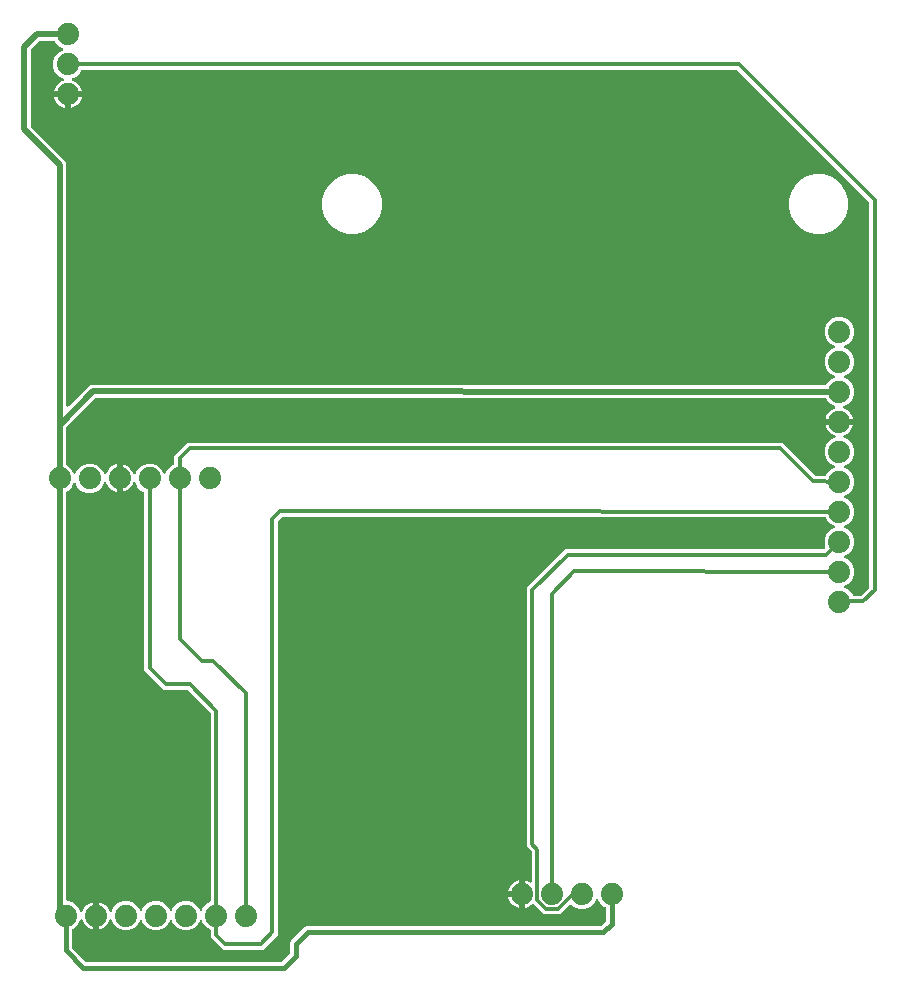
<source format=gbr>
G04 EAGLE Gerber RS-274X export*
G75*
%MOMM*%
%FSLAX34Y34*%
%LPD*%
%INBottom Copper*%
%IPPOS*%
%AMOC8*
5,1,8,0,0,1.08239X$1,22.5*%
G01*
%ADD10C,1.879600*%
%ADD11C,0.508000*%
%ADD12C,0.406400*%
%ADD13C,0.304800*%

G36*
X837928Y354835D02*
X837928Y354835D01*
X838027Y354838D01*
X838086Y354855D01*
X838146Y354863D01*
X838238Y354899D01*
X838333Y354927D01*
X838385Y354957D01*
X838441Y354980D01*
X838521Y355038D01*
X838607Y355088D01*
X838682Y355154D01*
X838699Y355166D01*
X838707Y355176D01*
X838728Y355194D01*
X845056Y361522D01*
X845116Y361601D01*
X845184Y361673D01*
X845213Y361726D01*
X845250Y361774D01*
X845290Y361865D01*
X845338Y361951D01*
X845353Y362010D01*
X845377Y362065D01*
X845392Y362163D01*
X845417Y362259D01*
X845423Y362359D01*
X845427Y362380D01*
X845425Y362392D01*
X845427Y362420D01*
X845427Y687580D01*
X845415Y687678D01*
X845412Y687777D01*
X845395Y687836D01*
X845387Y687896D01*
X845351Y687988D01*
X845323Y688083D01*
X845293Y688135D01*
X845270Y688191D01*
X845212Y688271D01*
X845162Y688357D01*
X845096Y688432D01*
X845084Y688449D01*
X845074Y688457D01*
X845056Y688478D01*
X733378Y800156D01*
X733299Y800216D01*
X733227Y800284D01*
X733174Y800313D01*
X733126Y800350D01*
X733035Y800390D01*
X732949Y800438D01*
X732890Y800453D01*
X732835Y800477D01*
X732737Y800492D01*
X732641Y800517D01*
X732541Y800523D01*
X732520Y800527D01*
X732508Y800525D01*
X732480Y800527D01*
X179226Y800527D01*
X179197Y800524D01*
X179168Y800526D01*
X179040Y800504D01*
X178911Y800487D01*
X178883Y800477D01*
X178854Y800472D01*
X178736Y800418D01*
X178615Y800370D01*
X178591Y800353D01*
X178564Y800341D01*
X178463Y800260D01*
X178358Y800184D01*
X178339Y800161D01*
X178316Y800142D01*
X178238Y800039D01*
X178155Y799939D01*
X178142Y799912D01*
X178125Y799888D01*
X178054Y799744D01*
X177352Y798050D01*
X173850Y794548D01*
X170825Y793295D01*
X170799Y793280D01*
X170770Y793271D01*
X170661Y793201D01*
X170548Y793137D01*
X170527Y793116D01*
X170502Y793100D01*
X170413Y793006D01*
X170320Y792916D01*
X170304Y792890D01*
X170284Y792869D01*
X170221Y792755D01*
X170154Y792645D01*
X170145Y792616D01*
X170131Y792590D01*
X170098Y792465D01*
X170060Y792341D01*
X170059Y792311D01*
X170051Y792282D01*
X170051Y792152D01*
X170045Y792023D01*
X170051Y791994D01*
X170051Y791964D01*
X170083Y791839D01*
X170109Y791712D01*
X170122Y791685D01*
X170130Y791656D01*
X170192Y791543D01*
X170249Y791426D01*
X170268Y791403D01*
X170283Y791377D01*
X170371Y791283D01*
X170455Y791184D01*
X170480Y791167D01*
X170500Y791145D01*
X170609Y791076D01*
X170715Y791001D01*
X170743Y790990D01*
X170769Y790974D01*
X170918Y790915D01*
X171383Y790764D01*
X173057Y789911D01*
X174578Y788806D01*
X175906Y787478D01*
X177011Y785957D01*
X177864Y784283D01*
X178445Y782496D01*
X178485Y782239D01*
X168070Y782239D01*
X167952Y782224D01*
X167833Y782217D01*
X167795Y782204D01*
X167755Y782199D01*
X167644Y782156D01*
X167531Y782119D01*
X167497Y782097D01*
X167459Y782082D01*
X167363Y782012D01*
X167262Y781949D01*
X167234Y781919D01*
X167202Y781895D01*
X167126Y781804D01*
X167044Y781717D01*
X167025Y781682D01*
X166999Y781651D01*
X166948Y781543D01*
X166891Y781439D01*
X166880Y781399D01*
X166863Y781363D01*
X166841Y781246D01*
X166811Y781131D01*
X166807Y781070D01*
X166803Y781050D01*
X166805Y781030D01*
X166801Y780970D01*
X166801Y779699D01*
X166799Y779699D01*
X166799Y780970D01*
X166784Y781088D01*
X166777Y781207D01*
X166764Y781245D01*
X166759Y781285D01*
X166715Y781396D01*
X166679Y781509D01*
X166657Y781544D01*
X166642Y781581D01*
X166572Y781677D01*
X166509Y781778D01*
X166479Y781806D01*
X166455Y781839D01*
X166364Y781914D01*
X166277Y781996D01*
X166242Y782016D01*
X166210Y782041D01*
X166103Y782092D01*
X165998Y782150D01*
X165959Y782160D01*
X165923Y782177D01*
X165806Y782199D01*
X165691Y782229D01*
X165630Y782233D01*
X165610Y782237D01*
X165590Y782235D01*
X165530Y782239D01*
X155115Y782239D01*
X155155Y782496D01*
X155736Y784283D01*
X156589Y785957D01*
X157694Y787478D01*
X159022Y788806D01*
X160543Y789911D01*
X162217Y790764D01*
X162682Y790915D01*
X162709Y790928D01*
X162738Y790935D01*
X162852Y790995D01*
X162970Y791050D01*
X162993Y791069D01*
X163019Y791083D01*
X163115Y791170D01*
X163215Y791253D01*
X163232Y791277D01*
X163254Y791297D01*
X163326Y791406D01*
X163402Y791510D01*
X163413Y791538D01*
X163429Y791563D01*
X163471Y791686D01*
X163519Y791806D01*
X163523Y791836D01*
X163532Y791864D01*
X163543Y791993D01*
X163559Y792121D01*
X163555Y792151D01*
X163558Y792181D01*
X163535Y792309D01*
X163519Y792437D01*
X163508Y792465D01*
X163503Y792494D01*
X163450Y792612D01*
X163402Y792733D01*
X163385Y792757D01*
X163373Y792784D01*
X163292Y792885D01*
X163216Y792990D01*
X163193Y793009D01*
X163174Y793033D01*
X163070Y793111D01*
X162971Y793193D01*
X162944Y793206D01*
X162920Y793224D01*
X162775Y793295D01*
X159750Y794548D01*
X156248Y798050D01*
X154353Y802624D01*
X154353Y807576D01*
X156248Y812150D01*
X159750Y815652D01*
X162105Y816627D01*
X162225Y816696D01*
X162348Y816761D01*
X162363Y816775D01*
X162381Y816785D01*
X162481Y816882D01*
X162584Y816975D01*
X162595Y816992D01*
X162609Y817006D01*
X162682Y817125D01*
X162758Y817241D01*
X162765Y817260D01*
X162776Y817277D01*
X162817Y817410D01*
X162862Y817542D01*
X162863Y817562D01*
X162869Y817581D01*
X162876Y817720D01*
X162887Y817859D01*
X162883Y817879D01*
X162884Y817899D01*
X162856Y818035D01*
X162832Y818172D01*
X162824Y818191D01*
X162820Y818210D01*
X162759Y818336D01*
X162702Y818462D01*
X162689Y818478D01*
X162680Y818496D01*
X162590Y818602D01*
X162503Y818710D01*
X162487Y818723D01*
X162474Y818738D01*
X162360Y818818D01*
X162249Y818902D01*
X162224Y818914D01*
X162214Y818921D01*
X162195Y818928D01*
X162105Y818973D01*
X159749Y819948D01*
X156248Y823449D01*
X155967Y824128D01*
X155953Y824153D01*
X155944Y824181D01*
X155874Y824291D01*
X155810Y824404D01*
X155789Y824425D01*
X155773Y824450D01*
X155679Y824539D01*
X155588Y824632D01*
X155563Y824648D01*
X155542Y824668D01*
X155428Y824731D01*
X155317Y824799D01*
X155289Y824807D01*
X155263Y824822D01*
X155138Y824854D01*
X155013Y824892D01*
X154984Y824894D01*
X154955Y824901D01*
X154795Y824911D01*
X143341Y824911D01*
X143242Y824899D01*
X143143Y824896D01*
X143085Y824879D01*
X143025Y824871D01*
X142933Y824835D01*
X142838Y824807D01*
X142786Y824777D01*
X142729Y824754D01*
X142649Y824696D01*
X142564Y824646D01*
X142489Y824580D01*
X142472Y824568D01*
X142464Y824558D01*
X142443Y824540D01*
X135960Y818057D01*
X135900Y817979D01*
X135832Y817906D01*
X135803Y817853D01*
X135766Y817806D01*
X135726Y817715D01*
X135678Y817628D01*
X135663Y817569D01*
X135639Y817514D01*
X135624Y817416D01*
X135599Y817320D01*
X135593Y817220D01*
X135589Y817200D01*
X135591Y817187D01*
X135589Y817159D01*
X135589Y752841D01*
X135601Y752742D01*
X135604Y752643D01*
X135621Y752585D01*
X135629Y752525D01*
X135665Y752433D01*
X135693Y752338D01*
X135723Y752286D01*
X135746Y752229D01*
X135804Y752149D01*
X135854Y752064D01*
X135920Y751989D01*
X135932Y751972D01*
X135942Y751964D01*
X135960Y751943D01*
X164538Y723366D01*
X165389Y721312D01*
X165389Y516557D01*
X165406Y516419D01*
X165419Y516280D01*
X165426Y516261D01*
X165429Y516241D01*
X165480Y516112D01*
X165527Y515981D01*
X165538Y515964D01*
X165546Y515945D01*
X165627Y515833D01*
X165705Y515718D01*
X165721Y515704D01*
X165732Y515688D01*
X165840Y515599D01*
X165944Y515507D01*
X165962Y515498D01*
X165977Y515485D01*
X166103Y515426D01*
X166227Y515363D01*
X166247Y515358D01*
X166265Y515350D01*
X166401Y515324D01*
X166537Y515293D01*
X166558Y515294D01*
X166577Y515290D01*
X166716Y515299D01*
X166855Y515303D01*
X166875Y515308D01*
X166895Y515310D01*
X167027Y515352D01*
X167161Y515391D01*
X167178Y515401D01*
X167197Y515408D01*
X167315Y515482D01*
X167435Y515553D01*
X167456Y515571D01*
X167466Y515578D01*
X167480Y515593D01*
X167555Y515659D01*
X182985Y531088D01*
X182988Y531093D01*
X183003Y531108D01*
X183006Y531110D01*
X183007Y531111D01*
X183966Y532070D01*
X184735Y532839D01*
X185776Y533270D01*
X185777Y533270D01*
X186790Y533689D01*
X187920Y533689D01*
X187921Y533689D01*
X189255Y533689D01*
X189265Y533688D01*
X807996Y533394D01*
X808026Y533398D01*
X808056Y533396D01*
X808183Y533418D01*
X808312Y533434D01*
X808340Y533445D01*
X808369Y533450D01*
X808487Y533504D01*
X808608Y533551D01*
X808632Y533568D01*
X808659Y533581D01*
X808760Y533662D01*
X808865Y533738D01*
X808884Y533761D01*
X808907Y533779D01*
X808985Y533883D01*
X809068Y533983D01*
X809081Y534010D01*
X809099Y534033D01*
X809170Y534178D01*
X809448Y534850D01*
X812949Y538352D01*
X815305Y539327D01*
X815426Y539396D01*
X815548Y539461D01*
X815563Y539475D01*
X815581Y539485D01*
X815681Y539582D01*
X815784Y539675D01*
X815795Y539692D01*
X815809Y539706D01*
X815882Y539824D01*
X815958Y539941D01*
X815965Y539960D01*
X815976Y539977D01*
X816016Y540110D01*
X816062Y540242D01*
X816063Y540262D01*
X816069Y540281D01*
X816076Y540420D01*
X816087Y540559D01*
X816083Y540579D01*
X816084Y540599D01*
X816056Y540735D01*
X816032Y540872D01*
X816024Y540891D01*
X816020Y540910D01*
X815959Y541035D01*
X815902Y541162D01*
X815889Y541178D01*
X815880Y541196D01*
X815790Y541302D01*
X815703Y541410D01*
X815687Y541423D01*
X815674Y541438D01*
X815560Y541518D01*
X815449Y541602D01*
X815424Y541614D01*
X815414Y541621D01*
X815395Y541628D01*
X815305Y541673D01*
X812950Y542648D01*
X809448Y546150D01*
X807553Y550724D01*
X807553Y555676D01*
X809448Y560250D01*
X812949Y563752D01*
X815305Y564727D01*
X815426Y564796D01*
X815548Y564861D01*
X815563Y564875D01*
X815581Y564885D01*
X815681Y564982D01*
X815784Y565075D01*
X815795Y565092D01*
X815809Y565106D01*
X815882Y565224D01*
X815958Y565341D01*
X815965Y565360D01*
X815976Y565377D01*
X816016Y565510D01*
X816062Y565642D01*
X816063Y565662D01*
X816069Y565681D01*
X816076Y565820D01*
X816087Y565959D01*
X816083Y565979D01*
X816084Y565999D01*
X816056Y566135D01*
X816032Y566272D01*
X816024Y566291D01*
X816020Y566310D01*
X815959Y566435D01*
X815902Y566562D01*
X815889Y566578D01*
X815880Y566596D01*
X815790Y566702D01*
X815703Y566810D01*
X815687Y566823D01*
X815674Y566838D01*
X815560Y566918D01*
X815449Y567002D01*
X815424Y567014D01*
X815414Y567021D01*
X815395Y567028D01*
X815305Y567073D01*
X812950Y568048D01*
X809448Y571550D01*
X807553Y576124D01*
X807553Y581076D01*
X809448Y585650D01*
X812950Y589152D01*
X817524Y591047D01*
X822476Y591047D01*
X827050Y589152D01*
X830552Y585650D01*
X832447Y581076D01*
X832447Y576124D01*
X830552Y571550D01*
X827050Y568048D01*
X824695Y567073D01*
X824575Y567004D01*
X824452Y566939D01*
X824437Y566925D01*
X824419Y566915D01*
X824319Y566818D01*
X824216Y566725D01*
X824205Y566708D01*
X824191Y566694D01*
X824118Y566575D01*
X824042Y566459D01*
X824035Y566440D01*
X824024Y566423D01*
X823983Y566290D01*
X823938Y566158D01*
X823937Y566138D01*
X823931Y566119D01*
X823924Y565980D01*
X823913Y565841D01*
X823917Y565821D01*
X823916Y565801D01*
X823944Y565665D01*
X823968Y565528D01*
X823976Y565509D01*
X823980Y565490D01*
X824041Y565364D01*
X824098Y565238D01*
X824111Y565222D01*
X824120Y565204D01*
X824210Y565098D01*
X824297Y564990D01*
X824313Y564977D01*
X824326Y564962D01*
X824440Y564882D01*
X824551Y564798D01*
X824576Y564786D01*
X824586Y564779D01*
X824605Y564772D01*
X824695Y564727D01*
X827051Y563752D01*
X830552Y560250D01*
X832447Y555676D01*
X832447Y550724D01*
X830552Y546150D01*
X827050Y542648D01*
X824695Y541673D01*
X824575Y541604D01*
X824452Y541539D01*
X824437Y541525D01*
X824419Y541515D01*
X824319Y541418D01*
X824216Y541325D01*
X824205Y541308D01*
X824191Y541294D01*
X824118Y541175D01*
X824042Y541059D01*
X824035Y541040D01*
X824024Y541023D01*
X823983Y540890D01*
X823938Y540758D01*
X823937Y540738D01*
X823931Y540719D01*
X823924Y540580D01*
X823913Y540441D01*
X823917Y540421D01*
X823916Y540401D01*
X823944Y540265D01*
X823968Y540128D01*
X823976Y540109D01*
X823980Y540090D01*
X824041Y539964D01*
X824098Y539838D01*
X824111Y539822D01*
X824120Y539804D01*
X824210Y539698D01*
X824297Y539590D01*
X824313Y539577D01*
X824326Y539562D01*
X824440Y539482D01*
X824551Y539398D01*
X824576Y539386D01*
X824586Y539379D01*
X824605Y539372D01*
X824695Y539327D01*
X827051Y538352D01*
X830552Y534850D01*
X832447Y530276D01*
X832447Y525324D01*
X830552Y520750D01*
X827050Y517248D01*
X824025Y515995D01*
X823999Y515980D01*
X823970Y515971D01*
X823861Y515901D01*
X823748Y515837D01*
X823727Y515816D01*
X823702Y515800D01*
X823613Y515706D01*
X823520Y515616D01*
X823504Y515590D01*
X823484Y515569D01*
X823421Y515455D01*
X823354Y515345D01*
X823345Y515316D01*
X823331Y515290D01*
X823298Y515164D01*
X823260Y515041D01*
X823259Y515011D01*
X823251Y514982D01*
X823251Y514852D01*
X823245Y514723D01*
X823251Y514694D01*
X823251Y514664D01*
X823283Y514539D01*
X823309Y514412D01*
X823322Y514385D01*
X823330Y514356D01*
X823392Y514243D01*
X823449Y514126D01*
X823468Y514103D01*
X823483Y514077D01*
X823571Y513983D01*
X823655Y513884D01*
X823680Y513867D01*
X823700Y513845D01*
X823809Y513776D01*
X823915Y513701D01*
X823943Y513690D01*
X823969Y513674D01*
X824118Y513615D01*
X824583Y513464D01*
X826257Y512611D01*
X827778Y511506D01*
X829106Y510178D01*
X830211Y508657D01*
X831064Y506983D01*
X831645Y505196D01*
X831685Y504939D01*
X821270Y504939D01*
X821152Y504924D01*
X821033Y504917D01*
X820995Y504904D01*
X820955Y504899D01*
X820844Y504856D01*
X820731Y504819D01*
X820697Y504797D01*
X820659Y504782D01*
X820563Y504712D01*
X820462Y504649D01*
X820434Y504619D01*
X820402Y504595D01*
X820326Y504504D01*
X820244Y504417D01*
X820225Y504382D01*
X820199Y504351D01*
X820148Y504243D01*
X820091Y504139D01*
X820080Y504099D01*
X820063Y504063D01*
X820041Y503946D01*
X820011Y503831D01*
X820007Y503770D01*
X820003Y503750D01*
X820005Y503730D01*
X820001Y503670D01*
X820001Y501130D01*
X820016Y501012D01*
X820023Y500893D01*
X820036Y500855D01*
X820041Y500814D01*
X820085Y500704D01*
X820121Y500591D01*
X820143Y500556D01*
X820158Y500519D01*
X820228Y500423D01*
X820291Y500322D01*
X820321Y500294D01*
X820345Y500261D01*
X820436Y500186D01*
X820523Y500104D01*
X820558Y500084D01*
X820590Y500059D01*
X820697Y500008D01*
X820802Y499950D01*
X820841Y499940D01*
X820877Y499923D01*
X820994Y499901D01*
X821109Y499871D01*
X821170Y499867D01*
X821190Y499863D01*
X821210Y499865D01*
X821270Y499861D01*
X831685Y499861D01*
X831645Y499604D01*
X831064Y497817D01*
X830211Y496143D01*
X829106Y494622D01*
X827778Y493294D01*
X826257Y492189D01*
X824583Y491336D01*
X824118Y491185D01*
X824091Y491172D01*
X824062Y491165D01*
X823948Y491105D01*
X823830Y491050D01*
X823807Y491031D01*
X823781Y491017D01*
X823685Y490930D01*
X823585Y490847D01*
X823568Y490823D01*
X823546Y490803D01*
X823474Y490694D01*
X823398Y490590D01*
X823387Y490562D01*
X823371Y490537D01*
X823329Y490414D01*
X823281Y490294D01*
X823277Y490264D01*
X823268Y490236D01*
X823257Y490107D01*
X823241Y489979D01*
X823245Y489949D01*
X823242Y489919D01*
X823265Y489791D01*
X823281Y489663D01*
X823292Y489635D01*
X823297Y489606D01*
X823350Y489488D01*
X823398Y489367D01*
X823415Y489343D01*
X823427Y489316D01*
X823508Y489215D01*
X823584Y489110D01*
X823607Y489091D01*
X823626Y489067D01*
X823730Y488989D01*
X823829Y488907D01*
X823856Y488894D01*
X823880Y488876D01*
X824025Y488805D01*
X827050Y487552D01*
X830552Y484050D01*
X832447Y479476D01*
X832447Y474524D01*
X830552Y469950D01*
X827050Y466448D01*
X824695Y465473D01*
X824575Y465404D01*
X824452Y465339D01*
X824437Y465325D01*
X824419Y465315D01*
X824319Y465218D01*
X824216Y465125D01*
X824205Y465108D01*
X824191Y465094D01*
X824118Y464975D01*
X824042Y464859D01*
X824035Y464840D01*
X824024Y464823D01*
X823983Y464690D01*
X823938Y464558D01*
X823937Y464538D01*
X823931Y464519D01*
X823924Y464380D01*
X823913Y464241D01*
X823917Y464221D01*
X823916Y464201D01*
X823944Y464065D01*
X823968Y463928D01*
X823976Y463909D01*
X823980Y463890D01*
X824041Y463764D01*
X824098Y463638D01*
X824111Y463622D01*
X824120Y463604D01*
X824210Y463498D01*
X824297Y463390D01*
X824313Y463377D01*
X824326Y463362D01*
X824440Y463282D01*
X824551Y463198D01*
X824576Y463186D01*
X824586Y463179D01*
X824605Y463172D01*
X824695Y463127D01*
X827051Y462152D01*
X830552Y458650D01*
X832447Y454076D01*
X832447Y449124D01*
X830552Y444550D01*
X827050Y441048D01*
X824695Y440073D01*
X824575Y440004D01*
X824452Y439939D01*
X824437Y439925D01*
X824419Y439915D01*
X824319Y439818D01*
X824216Y439725D01*
X824205Y439708D01*
X824191Y439694D01*
X824118Y439575D01*
X824042Y439459D01*
X824035Y439440D01*
X824024Y439423D01*
X823983Y439290D01*
X823938Y439158D01*
X823937Y439138D01*
X823931Y439119D01*
X823924Y438980D01*
X823913Y438841D01*
X823917Y438821D01*
X823916Y438801D01*
X823944Y438665D01*
X823968Y438528D01*
X823976Y438509D01*
X823980Y438490D01*
X824041Y438364D01*
X824098Y438238D01*
X824111Y438222D01*
X824120Y438204D01*
X824210Y438098D01*
X824297Y437990D01*
X824313Y437977D01*
X824326Y437962D01*
X824440Y437882D01*
X824551Y437798D01*
X824576Y437786D01*
X824586Y437779D01*
X824605Y437772D01*
X824695Y437727D01*
X827051Y436752D01*
X830552Y433250D01*
X832447Y428676D01*
X832447Y423724D01*
X830552Y419150D01*
X827050Y415648D01*
X824695Y414673D01*
X824575Y414604D01*
X824452Y414539D01*
X824437Y414525D01*
X824419Y414515D01*
X824319Y414418D01*
X824216Y414325D01*
X824205Y414308D01*
X824191Y414294D01*
X824118Y414176D01*
X824042Y414059D01*
X824035Y414040D01*
X824024Y414023D01*
X823984Y413890D01*
X823938Y413758D01*
X823937Y413738D01*
X823931Y413719D01*
X823924Y413580D01*
X823913Y413441D01*
X823917Y413421D01*
X823916Y413401D01*
X823944Y413265D01*
X823968Y413128D01*
X823976Y413109D01*
X823980Y413090D01*
X824041Y412965D01*
X824098Y412838D01*
X824111Y412822D01*
X824120Y412804D01*
X824210Y412698D01*
X824297Y412590D01*
X824313Y412577D01*
X824326Y412562D01*
X824440Y412482D01*
X824551Y412398D01*
X824576Y412386D01*
X824586Y412379D01*
X824605Y412372D01*
X824695Y412327D01*
X827050Y411352D01*
X830552Y407850D01*
X832447Y403276D01*
X832447Y398324D01*
X830552Y393750D01*
X827050Y390248D01*
X824695Y389273D01*
X824575Y389204D01*
X824452Y389139D01*
X824437Y389125D01*
X824419Y389115D01*
X824319Y389018D01*
X824216Y388925D01*
X824205Y388908D01*
X824191Y388894D01*
X824118Y388775D01*
X824042Y388659D01*
X824035Y388640D01*
X824024Y388623D01*
X823984Y388490D01*
X823938Y388358D01*
X823937Y388338D01*
X823931Y388319D01*
X823924Y388180D01*
X823913Y388041D01*
X823917Y388021D01*
X823916Y388001D01*
X823944Y387865D01*
X823968Y387728D01*
X823976Y387709D01*
X823980Y387690D01*
X824041Y387564D01*
X824098Y387438D01*
X824111Y387422D01*
X824120Y387404D01*
X824210Y387298D01*
X824297Y387190D01*
X824313Y387177D01*
X824326Y387162D01*
X824440Y387082D01*
X824551Y386998D01*
X824576Y386986D01*
X824586Y386979D01*
X824605Y386972D01*
X824695Y386927D01*
X827050Y385952D01*
X830552Y382450D01*
X832447Y377876D01*
X832447Y372924D01*
X830552Y368350D01*
X827050Y364848D01*
X824695Y363873D01*
X824575Y363804D01*
X824452Y363739D01*
X824437Y363725D01*
X824419Y363715D01*
X824319Y363618D01*
X824216Y363525D01*
X824205Y363508D01*
X824191Y363494D01*
X824118Y363375D01*
X824042Y363259D01*
X824035Y363240D01*
X824024Y363223D01*
X823984Y363090D01*
X823938Y362958D01*
X823937Y362938D01*
X823931Y362919D01*
X823924Y362780D01*
X823913Y362641D01*
X823917Y362621D01*
X823916Y362601D01*
X823944Y362465D01*
X823968Y362328D01*
X823976Y362309D01*
X823980Y362290D01*
X824041Y362164D01*
X824098Y362038D01*
X824111Y362022D01*
X824120Y362004D01*
X824210Y361898D01*
X824297Y361790D01*
X824313Y361777D01*
X824326Y361762D01*
X824440Y361682D01*
X824551Y361598D01*
X824576Y361586D01*
X824586Y361579D01*
X824605Y361572D01*
X824695Y361527D01*
X827050Y360552D01*
X830552Y357050D01*
X831150Y355606D01*
X831165Y355581D01*
X831174Y355553D01*
X831243Y355443D01*
X831308Y355330D01*
X831328Y355309D01*
X831344Y355284D01*
X831438Y355195D01*
X831529Y355102D01*
X831554Y355086D01*
X831576Y355066D01*
X831689Y355003D01*
X831800Y354935D01*
X831828Y354927D01*
X831854Y354912D01*
X831980Y354880D01*
X832104Y354842D01*
X832133Y354840D01*
X832162Y354833D01*
X832323Y354823D01*
X837830Y354823D01*
X837928Y354835D01*
G37*
G36*
X347468Y45093D02*
X347468Y45093D01*
X347567Y45096D01*
X347625Y45113D01*
X347685Y45121D01*
X347777Y45157D01*
X347872Y45185D01*
X347925Y45215D01*
X347981Y45238D01*
X348061Y45296D01*
X348146Y45346D01*
X348222Y45412D01*
X348238Y45424D01*
X348246Y45434D01*
X348267Y45452D01*
X354548Y51733D01*
X354608Y51811D01*
X354676Y51883D01*
X354705Y51936D01*
X354742Y51984D01*
X354782Y52075D01*
X354830Y52162D01*
X354845Y52220D01*
X354869Y52276D01*
X354884Y52374D01*
X354909Y52470D01*
X354915Y52570D01*
X354919Y52590D01*
X354917Y52602D01*
X354919Y52630D01*
X354919Y61011D01*
X355693Y62878D01*
X367122Y74307D01*
X368989Y75081D01*
X617370Y75081D01*
X617468Y75093D01*
X617567Y75096D01*
X617625Y75113D01*
X617685Y75121D01*
X617777Y75157D01*
X617872Y75185D01*
X617925Y75215D01*
X617981Y75238D01*
X618061Y75296D01*
X618146Y75346D01*
X618222Y75412D01*
X618238Y75424D01*
X618246Y75434D01*
X618267Y75452D01*
X622148Y79333D01*
X622208Y79411D01*
X622276Y79483D01*
X622305Y79536D01*
X622342Y79584D01*
X622382Y79675D01*
X622430Y79762D01*
X622445Y79820D01*
X622469Y79876D01*
X622484Y79974D01*
X622509Y80070D01*
X622515Y80170D01*
X622519Y80190D01*
X622517Y80202D01*
X622519Y80230D01*
X622519Y90184D01*
X622516Y90213D01*
X622518Y90243D01*
X622496Y90371D01*
X622479Y90500D01*
X622469Y90527D01*
X622464Y90556D01*
X622410Y90675D01*
X622362Y90795D01*
X622345Y90819D01*
X622333Y90846D01*
X622252Y90948D01*
X622176Y91053D01*
X622153Y91072D01*
X622134Y91095D01*
X622031Y91173D01*
X621931Y91256D01*
X621904Y91268D01*
X621880Y91286D01*
X621736Y91357D01*
X620550Y91848D01*
X617048Y95350D01*
X616073Y97705D01*
X616004Y97825D01*
X615939Y97948D01*
X615925Y97963D01*
X615915Y97981D01*
X615818Y98081D01*
X615725Y98184D01*
X615708Y98195D01*
X615694Y98209D01*
X615575Y98282D01*
X615459Y98358D01*
X615440Y98365D01*
X615423Y98376D01*
X615290Y98417D01*
X615158Y98462D01*
X615138Y98463D01*
X615119Y98469D01*
X614980Y98476D01*
X614841Y98487D01*
X614821Y98483D01*
X614801Y98484D01*
X614665Y98456D01*
X614528Y98432D01*
X614509Y98424D01*
X614490Y98420D01*
X614364Y98359D01*
X614238Y98302D01*
X614222Y98289D01*
X614204Y98280D01*
X614098Y98190D01*
X613990Y98103D01*
X613977Y98087D01*
X613962Y98074D01*
X613882Y97960D01*
X613798Y97849D01*
X613786Y97824D01*
X613779Y97814D01*
X613772Y97795D01*
X613727Y97705D01*
X612752Y95349D01*
X609250Y91848D01*
X604676Y89953D01*
X599724Y89953D01*
X595150Y91848D01*
X593630Y93367D01*
X593536Y93440D01*
X593447Y93519D01*
X593411Y93537D01*
X593379Y93562D01*
X593270Y93610D01*
X593164Y93664D01*
X593124Y93672D01*
X593087Y93689D01*
X592969Y93707D01*
X592854Y93733D01*
X592813Y93732D01*
X592773Y93738D01*
X592655Y93727D01*
X592536Y93724D01*
X592497Y93712D01*
X592457Y93709D01*
X592344Y93668D01*
X592230Y93635D01*
X592195Y93615D01*
X592157Y93601D01*
X592059Y93534D01*
X591956Y93474D01*
X591911Y93434D01*
X591894Y93422D01*
X591881Y93407D01*
X591835Y93367D01*
X583849Y85381D01*
X569751Y85381D01*
X562832Y92300D01*
X561405Y93727D01*
X561311Y93800D01*
X561222Y93878D01*
X561186Y93897D01*
X561154Y93921D01*
X561045Y93969D01*
X560939Y94023D01*
X560899Y94032D01*
X560862Y94048D01*
X560745Y94066D01*
X560629Y94093D01*
X560588Y94091D01*
X560548Y94098D01*
X560429Y94086D01*
X560311Y94083D01*
X560272Y94072D01*
X560232Y94068D01*
X560119Y94028D01*
X560005Y93994D01*
X559970Y93974D01*
X559932Y93960D01*
X559834Y93893D01*
X559731Y93833D01*
X559686Y93793D01*
X559669Y93782D01*
X559656Y93766D01*
X559610Y93726D01*
X559178Y93294D01*
X557657Y92189D01*
X555983Y91336D01*
X554196Y90755D01*
X553939Y90715D01*
X553939Y101130D01*
X553924Y101248D01*
X553917Y101367D01*
X553904Y101405D01*
X553899Y101445D01*
X553856Y101556D01*
X553819Y101669D01*
X553797Y101703D01*
X553782Y101741D01*
X553712Y101837D01*
X553649Y101938D01*
X553619Y101966D01*
X553595Y101998D01*
X553504Y102074D01*
X553417Y102156D01*
X553382Y102175D01*
X553351Y102201D01*
X553243Y102252D01*
X553139Y102309D01*
X553099Y102320D01*
X553063Y102337D01*
X552946Y102359D01*
X552831Y102389D01*
X552770Y102393D01*
X552750Y102397D01*
X552730Y102395D01*
X552670Y102399D01*
X551399Y102399D01*
X551399Y102401D01*
X552670Y102401D01*
X552788Y102416D01*
X552907Y102423D01*
X552945Y102436D01*
X552985Y102441D01*
X553096Y102485D01*
X553209Y102521D01*
X553244Y102543D01*
X553281Y102558D01*
X553377Y102628D01*
X553478Y102691D01*
X553506Y102721D01*
X553539Y102745D01*
X553614Y102836D01*
X553696Y102923D01*
X553716Y102958D01*
X553741Y102990D01*
X553792Y103097D01*
X553850Y103202D01*
X553860Y103241D01*
X553877Y103277D01*
X553899Y103394D01*
X553929Y103509D01*
X553933Y103570D01*
X553937Y103590D01*
X553935Y103610D01*
X553939Y103670D01*
X553939Y114085D01*
X554196Y114045D01*
X555983Y113464D01*
X557657Y112611D01*
X557766Y112532D01*
X557801Y112513D01*
X557831Y112487D01*
X557940Y112436D01*
X558045Y112379D01*
X558083Y112369D01*
X558119Y112352D01*
X558236Y112329D01*
X558353Y112300D01*
X558393Y112300D01*
X558432Y112292D01*
X558551Y112300D01*
X558671Y112300D01*
X558709Y112309D01*
X558749Y112312D01*
X558863Y112349D01*
X558979Y112378D01*
X559014Y112398D01*
X559051Y112410D01*
X559153Y112474D01*
X559257Y112532D01*
X559286Y112559D01*
X559320Y112580D01*
X559402Y112667D01*
X559489Y112749D01*
X559511Y112783D01*
X559538Y112812D01*
X559596Y112917D01*
X559660Y113017D01*
X559672Y113055D01*
X559692Y113090D01*
X559721Y113206D01*
X559759Y113320D01*
X559761Y113360D01*
X559771Y113398D01*
X559781Y113559D01*
X559781Y137826D01*
X559769Y137924D01*
X559766Y138023D01*
X559749Y138082D01*
X559741Y138142D01*
X559705Y138234D01*
X559677Y138329D01*
X559647Y138381D01*
X559624Y138437D01*
X559566Y138517D01*
X559516Y138603D01*
X559450Y138678D01*
X559438Y138695D01*
X559428Y138703D01*
X559410Y138724D01*
X555427Y142706D01*
X555427Y361894D01*
X588106Y394573D01*
X806357Y394573D01*
X806441Y394583D01*
X806526Y394584D01*
X806598Y394603D01*
X806673Y394613D01*
X806751Y394644D01*
X806833Y394665D01*
X806899Y394702D01*
X806968Y394730D01*
X807037Y394779D01*
X807111Y394821D01*
X807218Y394911D01*
X807226Y394916D01*
X807228Y394919D01*
X807234Y394924D01*
X807843Y395507D01*
X807871Y395541D01*
X807904Y395569D01*
X807971Y395664D01*
X808044Y395753D01*
X808062Y395793D01*
X808088Y395829D01*
X808129Y395937D01*
X808177Y396042D01*
X808185Y396086D01*
X808200Y396127D01*
X808213Y396242D01*
X808234Y396355D01*
X808231Y396399D01*
X808236Y396443D01*
X808219Y396557D01*
X808211Y396672D01*
X808197Y396714D01*
X808191Y396758D01*
X808139Y396910D01*
X807553Y398324D01*
X807553Y403276D01*
X809448Y407850D01*
X812950Y411352D01*
X815305Y412327D01*
X815425Y412396D01*
X815548Y412461D01*
X815563Y412475D01*
X815581Y412485D01*
X815681Y412582D01*
X815784Y412675D01*
X815795Y412692D01*
X815809Y412706D01*
X815882Y412825D01*
X815958Y412941D01*
X815965Y412960D01*
X815976Y412977D01*
X816016Y413110D01*
X816062Y413242D01*
X816063Y413262D01*
X816069Y413281D01*
X816076Y413420D01*
X816087Y413559D01*
X816083Y413579D01*
X816084Y413599D01*
X816056Y413735D01*
X816032Y413872D01*
X816024Y413891D01*
X816020Y413910D01*
X815959Y414036D01*
X815902Y414162D01*
X815889Y414178D01*
X815880Y414196D01*
X815790Y414302D01*
X815703Y414410D01*
X815687Y414423D01*
X815674Y414438D01*
X815560Y414518D01*
X815449Y414602D01*
X815424Y414614D01*
X815414Y414621D01*
X815395Y414628D01*
X815305Y414673D01*
X812950Y415648D01*
X809448Y419149D01*
X808743Y420853D01*
X808728Y420878D01*
X808719Y420906D01*
X808650Y421016D01*
X808585Y421129D01*
X808565Y421150D01*
X808549Y421175D01*
X808454Y421264D01*
X808364Y421358D01*
X808339Y421373D01*
X808318Y421393D01*
X808204Y421456D01*
X808093Y421524D01*
X808065Y421532D01*
X808039Y421546D01*
X807913Y421579D01*
X807789Y421618D01*
X807760Y421619D01*
X807732Y421626D01*
X807571Y421637D01*
X421400Y421924D01*
X420005Y421925D01*
X420004Y421925D01*
X348917Y421925D01*
X348819Y421912D01*
X348720Y421909D01*
X348662Y421892D01*
X348602Y421885D01*
X348510Y421848D01*
X348415Y421821D01*
X348362Y421790D01*
X348306Y421768D01*
X348226Y421710D01*
X348141Y421659D01*
X348065Y421593D01*
X348049Y421581D01*
X348041Y421572D01*
X348020Y421553D01*
X344944Y418478D01*
X344884Y418399D01*
X344816Y418327D01*
X344787Y418274D01*
X344750Y418226D01*
X344710Y418135D01*
X344662Y418049D01*
X344647Y417990D01*
X344623Y417935D01*
X344608Y417837D01*
X344583Y417741D01*
X344577Y417641D01*
X344573Y417620D01*
X344575Y417608D01*
X344573Y417580D01*
X344573Y68106D01*
X331894Y55427D01*
X298106Y55427D01*
X287627Y65906D01*
X287627Y71874D01*
X287624Y71903D01*
X287626Y71932D01*
X287604Y72060D01*
X287587Y72189D01*
X287577Y72217D01*
X287572Y72246D01*
X287518Y72364D01*
X287470Y72485D01*
X287453Y72509D01*
X287441Y72536D01*
X287360Y72637D01*
X287284Y72742D01*
X287261Y72761D01*
X287242Y72784D01*
X287139Y72862D01*
X287039Y72945D01*
X287012Y72958D01*
X286988Y72975D01*
X286844Y73046D01*
X285150Y73748D01*
X281648Y77250D01*
X280673Y79605D01*
X280604Y79725D01*
X280539Y79848D01*
X280525Y79863D01*
X280515Y79881D01*
X280418Y79981D01*
X280325Y80084D01*
X280308Y80095D01*
X280294Y80109D01*
X280175Y80182D01*
X280059Y80258D01*
X280040Y80265D01*
X280023Y80276D01*
X279890Y80316D01*
X279758Y80362D01*
X279738Y80363D01*
X279719Y80369D01*
X279580Y80376D01*
X279441Y80387D01*
X279421Y80383D01*
X279401Y80384D01*
X279265Y80356D01*
X279128Y80332D01*
X279109Y80324D01*
X279090Y80320D01*
X278964Y80259D01*
X278838Y80202D01*
X278822Y80189D01*
X278804Y80180D01*
X278698Y80090D01*
X278590Y80003D01*
X278577Y79987D01*
X278562Y79974D01*
X278482Y79860D01*
X278398Y79749D01*
X278386Y79724D01*
X278379Y79714D01*
X278372Y79695D01*
X278327Y79605D01*
X277352Y77250D01*
X273850Y73748D01*
X269276Y71853D01*
X264324Y71853D01*
X259750Y73748D01*
X256248Y77250D01*
X255273Y79605D01*
X255204Y79725D01*
X255139Y79848D01*
X255125Y79863D01*
X255115Y79881D01*
X255018Y79981D01*
X254925Y80084D01*
X254908Y80095D01*
X254894Y80109D01*
X254775Y80182D01*
X254659Y80258D01*
X254640Y80265D01*
X254623Y80276D01*
X254490Y80316D01*
X254358Y80362D01*
X254338Y80363D01*
X254319Y80369D01*
X254180Y80376D01*
X254041Y80387D01*
X254021Y80383D01*
X254001Y80384D01*
X253865Y80356D01*
X253728Y80332D01*
X253709Y80324D01*
X253690Y80320D01*
X253564Y80259D01*
X253438Y80202D01*
X253422Y80189D01*
X253404Y80180D01*
X253298Y80090D01*
X253190Y80003D01*
X253177Y79987D01*
X253162Y79974D01*
X253082Y79860D01*
X252998Y79749D01*
X252986Y79724D01*
X252979Y79714D01*
X252972Y79695D01*
X252927Y79605D01*
X251952Y77250D01*
X248450Y73748D01*
X243876Y71853D01*
X238924Y71853D01*
X234350Y73748D01*
X230848Y77250D01*
X229873Y79605D01*
X229804Y79725D01*
X229739Y79848D01*
X229725Y79863D01*
X229715Y79881D01*
X229618Y79981D01*
X229525Y80084D01*
X229508Y80095D01*
X229494Y80109D01*
X229375Y80182D01*
X229259Y80258D01*
X229240Y80265D01*
X229223Y80276D01*
X229090Y80316D01*
X228958Y80362D01*
X228938Y80363D01*
X228919Y80369D01*
X228780Y80376D01*
X228641Y80387D01*
X228621Y80383D01*
X228601Y80384D01*
X228465Y80356D01*
X228328Y80332D01*
X228309Y80324D01*
X228290Y80320D01*
X228164Y80259D01*
X228038Y80202D01*
X228022Y80189D01*
X228004Y80180D01*
X227898Y80090D01*
X227790Y80003D01*
X227777Y79987D01*
X227762Y79974D01*
X227682Y79860D01*
X227598Y79749D01*
X227586Y79724D01*
X227579Y79714D01*
X227572Y79695D01*
X227527Y79605D01*
X226552Y77250D01*
X223050Y73748D01*
X218476Y71853D01*
X213524Y71853D01*
X208950Y73748D01*
X205448Y77250D01*
X204195Y80275D01*
X204180Y80301D01*
X204171Y80330D01*
X204101Y80439D01*
X204037Y80552D01*
X204016Y80573D01*
X204000Y80598D01*
X203906Y80687D01*
X203816Y80780D01*
X203790Y80796D01*
X203769Y80816D01*
X203655Y80879D01*
X203545Y80946D01*
X203516Y80955D01*
X203490Y80969D01*
X203365Y81002D01*
X203241Y81040D01*
X203211Y81041D01*
X203182Y81049D01*
X203052Y81049D01*
X202923Y81055D01*
X202894Y81049D01*
X202864Y81049D01*
X202739Y81017D01*
X202612Y80991D01*
X202585Y80978D01*
X202556Y80970D01*
X202443Y80908D01*
X202326Y80851D01*
X202303Y80832D01*
X202277Y80817D01*
X202183Y80729D01*
X202084Y80645D01*
X202067Y80620D01*
X202045Y80600D01*
X201976Y80491D01*
X201901Y80385D01*
X201890Y80357D01*
X201874Y80331D01*
X201815Y80182D01*
X201664Y79717D01*
X200811Y78043D01*
X199706Y76522D01*
X198378Y75194D01*
X196857Y74089D01*
X195183Y73236D01*
X193396Y72655D01*
X193139Y72615D01*
X193139Y83030D01*
X193124Y83148D01*
X193117Y83267D01*
X193104Y83305D01*
X193099Y83345D01*
X193056Y83456D01*
X193019Y83569D01*
X192997Y83603D01*
X192982Y83641D01*
X192912Y83737D01*
X192849Y83838D01*
X192819Y83866D01*
X192795Y83898D01*
X192704Y83974D01*
X192617Y84056D01*
X192582Y84075D01*
X192551Y84101D01*
X192443Y84152D01*
X192339Y84209D01*
X192299Y84220D01*
X192263Y84237D01*
X192146Y84259D01*
X192031Y84289D01*
X191970Y84293D01*
X191950Y84297D01*
X191930Y84295D01*
X191870Y84299D01*
X189330Y84299D01*
X189212Y84284D01*
X189093Y84277D01*
X189055Y84264D01*
X189014Y84259D01*
X188904Y84215D01*
X188791Y84179D01*
X188756Y84157D01*
X188719Y84142D01*
X188623Y84072D01*
X188522Y84009D01*
X188494Y83979D01*
X188461Y83955D01*
X188386Y83864D01*
X188304Y83777D01*
X188284Y83742D01*
X188259Y83710D01*
X188208Y83603D01*
X188150Y83498D01*
X188140Y83459D01*
X188123Y83423D01*
X188101Y83306D01*
X188071Y83191D01*
X188067Y83130D01*
X188063Y83110D01*
X188065Y83090D01*
X188061Y83030D01*
X188061Y72615D01*
X187804Y72655D01*
X186017Y73236D01*
X184343Y74089D01*
X182822Y75194D01*
X181494Y76522D01*
X180389Y78043D01*
X179536Y79717D01*
X179385Y80182D01*
X179372Y80209D01*
X179365Y80238D01*
X179305Y80352D01*
X179250Y80470D01*
X179231Y80493D01*
X179217Y80519D01*
X179130Y80615D01*
X179047Y80715D01*
X179023Y80732D01*
X179003Y80754D01*
X178894Y80826D01*
X178790Y80902D01*
X178762Y80913D01*
X178737Y80929D01*
X178614Y80971D01*
X178494Y81019D01*
X178464Y81023D01*
X178436Y81032D01*
X178307Y81043D01*
X178179Y81059D01*
X178149Y81055D01*
X178119Y81058D01*
X177991Y81035D01*
X177863Y81019D01*
X177835Y81008D01*
X177806Y81003D01*
X177688Y80950D01*
X177567Y80902D01*
X177543Y80885D01*
X177516Y80873D01*
X177415Y80792D01*
X177310Y80716D01*
X177291Y80693D01*
X177267Y80674D01*
X177189Y80570D01*
X177107Y80471D01*
X177094Y80444D01*
X177076Y80420D01*
X177005Y80275D01*
X175752Y77250D01*
X172250Y73748D01*
X171064Y73257D01*
X171039Y73242D01*
X171011Y73233D01*
X170901Y73164D01*
X170788Y73099D01*
X170767Y73079D01*
X170742Y73063D01*
X170653Y72968D01*
X170560Y72878D01*
X170544Y72853D01*
X170524Y72831D01*
X170461Y72717D01*
X170393Y72607D01*
X170385Y72579D01*
X170370Y72553D01*
X170338Y72427D01*
X170300Y72303D01*
X170298Y72273D01*
X170291Y72245D01*
X170281Y72084D01*
X170281Y57430D01*
X170293Y57332D01*
X170296Y57233D01*
X170313Y57175D01*
X170321Y57115D01*
X170357Y57023D01*
X170385Y56928D01*
X170415Y56875D01*
X170438Y56819D01*
X170496Y56739D01*
X170546Y56654D01*
X170612Y56578D01*
X170624Y56562D01*
X170634Y56554D01*
X170652Y56533D01*
X181733Y45452D01*
X181811Y45392D01*
X181883Y45324D01*
X181936Y45295D01*
X181984Y45258D01*
X182075Y45218D01*
X182162Y45170D01*
X182220Y45155D01*
X182276Y45131D01*
X182374Y45116D01*
X182470Y45091D01*
X182570Y45085D01*
X182590Y45081D01*
X182602Y45083D01*
X182630Y45081D01*
X347370Y45081D01*
X347468Y45093D01*
G37*
G36*
X191988Y84316D02*
X191988Y84316D01*
X192107Y84323D01*
X192145Y84336D01*
X192185Y84341D01*
X192296Y84385D01*
X192409Y84421D01*
X192444Y84443D01*
X192481Y84458D01*
X192577Y84528D01*
X192678Y84591D01*
X192706Y84621D01*
X192739Y84645D01*
X192814Y84736D01*
X192896Y84823D01*
X192916Y84858D01*
X192941Y84890D01*
X192992Y84997D01*
X193050Y85102D01*
X193060Y85141D01*
X193077Y85177D01*
X193099Y85294D01*
X193129Y85409D01*
X193133Y85470D01*
X193137Y85490D01*
X193135Y85510D01*
X193139Y85570D01*
X193139Y95985D01*
X193396Y95945D01*
X195183Y95364D01*
X196857Y94511D01*
X198378Y93406D01*
X199706Y92078D01*
X200811Y90557D01*
X201664Y88883D01*
X201815Y88418D01*
X201828Y88391D01*
X201835Y88362D01*
X201895Y88248D01*
X201950Y88130D01*
X201969Y88107D01*
X201983Y88081D01*
X202070Y87985D01*
X202153Y87885D01*
X202177Y87868D01*
X202197Y87846D01*
X202306Y87774D01*
X202410Y87698D01*
X202438Y87687D01*
X202463Y87671D01*
X202586Y87629D01*
X202706Y87581D01*
X202736Y87577D01*
X202764Y87568D01*
X202893Y87557D01*
X203021Y87541D01*
X203051Y87545D01*
X203081Y87542D01*
X203209Y87565D01*
X203337Y87581D01*
X203365Y87592D01*
X203394Y87597D01*
X203512Y87650D01*
X203633Y87698D01*
X203657Y87715D01*
X203684Y87727D01*
X203785Y87808D01*
X203890Y87884D01*
X203909Y87907D01*
X203933Y87926D01*
X204011Y88030D01*
X204093Y88129D01*
X204106Y88156D01*
X204124Y88180D01*
X204195Y88325D01*
X205448Y91350D01*
X208950Y94852D01*
X213524Y96747D01*
X218476Y96747D01*
X223050Y94852D01*
X226552Y91350D01*
X227527Y88995D01*
X227537Y88978D01*
X227541Y88965D01*
X227574Y88913D01*
X227596Y88875D01*
X227661Y88752D01*
X227675Y88737D01*
X227685Y88719D01*
X227782Y88619D01*
X227875Y88516D01*
X227892Y88505D01*
X227906Y88491D01*
X228024Y88418D01*
X228141Y88342D01*
X228160Y88335D01*
X228177Y88324D01*
X228310Y88284D01*
X228442Y88238D01*
X228462Y88237D01*
X228481Y88231D01*
X228620Y88224D01*
X228759Y88213D01*
X228779Y88217D01*
X228799Y88216D01*
X228935Y88244D01*
X229072Y88268D01*
X229091Y88276D01*
X229110Y88280D01*
X229235Y88341D01*
X229362Y88398D01*
X229378Y88411D01*
X229396Y88420D01*
X229502Y88510D01*
X229610Y88597D01*
X229623Y88613D01*
X229638Y88626D01*
X229718Y88740D01*
X229802Y88851D01*
X229814Y88876D01*
X229821Y88886D01*
X229828Y88905D01*
X229873Y88995D01*
X230848Y91350D01*
X234350Y94852D01*
X238924Y96747D01*
X243876Y96747D01*
X248450Y94852D01*
X251952Y91350D01*
X252927Y88995D01*
X252937Y88978D01*
X252941Y88965D01*
X252974Y88913D01*
X252996Y88875D01*
X253061Y88752D01*
X253075Y88737D01*
X253085Y88719D01*
X253182Y88619D01*
X253275Y88516D01*
X253292Y88505D01*
X253306Y88491D01*
X253424Y88418D01*
X253541Y88342D01*
X253560Y88335D01*
X253577Y88324D01*
X253710Y88284D01*
X253842Y88238D01*
X253862Y88237D01*
X253881Y88231D01*
X254020Y88224D01*
X254159Y88213D01*
X254179Y88217D01*
X254199Y88216D01*
X254335Y88244D01*
X254472Y88268D01*
X254491Y88276D01*
X254510Y88280D01*
X254635Y88341D01*
X254762Y88398D01*
X254778Y88411D01*
X254796Y88420D01*
X254902Y88510D01*
X255010Y88597D01*
X255023Y88613D01*
X255038Y88626D01*
X255118Y88740D01*
X255202Y88851D01*
X255214Y88876D01*
X255221Y88886D01*
X255228Y88905D01*
X255273Y88995D01*
X256248Y91350D01*
X259750Y94852D01*
X264324Y96747D01*
X269276Y96747D01*
X273850Y94852D01*
X277352Y91350D01*
X278327Y88995D01*
X278337Y88978D01*
X278341Y88965D01*
X278374Y88913D01*
X278396Y88875D01*
X278461Y88752D01*
X278475Y88737D01*
X278485Y88719D01*
X278582Y88619D01*
X278675Y88516D01*
X278692Y88505D01*
X278706Y88491D01*
X278824Y88418D01*
X278941Y88342D01*
X278960Y88335D01*
X278977Y88324D01*
X279110Y88284D01*
X279242Y88238D01*
X279262Y88237D01*
X279281Y88231D01*
X279420Y88224D01*
X279559Y88213D01*
X279579Y88217D01*
X279599Y88216D01*
X279735Y88244D01*
X279872Y88268D01*
X279891Y88276D01*
X279910Y88280D01*
X280035Y88341D01*
X280162Y88398D01*
X280178Y88411D01*
X280196Y88420D01*
X280302Y88510D01*
X280410Y88597D01*
X280423Y88613D01*
X280438Y88626D01*
X280518Y88740D01*
X280602Y88851D01*
X280614Y88876D01*
X280621Y88886D01*
X280628Y88905D01*
X280673Y88995D01*
X281648Y91350D01*
X285150Y94852D01*
X286844Y95554D01*
X286869Y95568D01*
X286897Y95577D01*
X287007Y95647D01*
X287120Y95711D01*
X287141Y95732D01*
X287166Y95747D01*
X287255Y95842D01*
X287348Y95932D01*
X287364Y95958D01*
X287384Y95979D01*
X287447Y96093D01*
X287515Y96204D01*
X287523Y96232D01*
X287538Y96258D01*
X287570Y96383D01*
X287608Y96507D01*
X287610Y96537D01*
X287617Y96566D01*
X287627Y96726D01*
X287627Y255380D01*
X287615Y255478D01*
X287612Y255577D01*
X287595Y255636D01*
X287587Y255696D01*
X287551Y255788D01*
X287523Y255883D01*
X287493Y255935D01*
X287470Y255991D01*
X287412Y256071D01*
X287362Y256157D01*
X287296Y256232D01*
X287284Y256249D01*
X287274Y256257D01*
X287256Y256278D01*
X268478Y275056D01*
X268399Y275116D01*
X268327Y275184D01*
X268274Y275213D01*
X268226Y275250D01*
X268135Y275290D01*
X268049Y275338D01*
X267990Y275353D01*
X267935Y275377D01*
X267837Y275392D01*
X267741Y275417D01*
X267641Y275423D01*
X267620Y275427D01*
X267608Y275425D01*
X267580Y275427D01*
X248106Y275427D01*
X231427Y292106D01*
X231427Y442174D01*
X231424Y442203D01*
X231426Y442232D01*
X231404Y442360D01*
X231387Y442489D01*
X231377Y442517D01*
X231372Y442546D01*
X231318Y442664D01*
X231270Y442785D01*
X231253Y442809D01*
X231241Y442836D01*
X231160Y442937D01*
X231084Y443042D01*
X231061Y443061D01*
X231042Y443084D01*
X230939Y443162D01*
X230839Y443245D01*
X230812Y443258D01*
X230788Y443275D01*
X230644Y443346D01*
X228950Y444048D01*
X225448Y447550D01*
X224195Y450575D01*
X224180Y450601D01*
X224171Y450630D01*
X224102Y450739D01*
X224037Y450852D01*
X224016Y450873D01*
X224000Y450898D01*
X223906Y450987D01*
X223816Y451080D01*
X223790Y451096D01*
X223769Y451116D01*
X223655Y451179D01*
X223545Y451246D01*
X223516Y451255D01*
X223490Y451269D01*
X223364Y451302D01*
X223241Y451340D01*
X223211Y451341D01*
X223182Y451349D01*
X223052Y451349D01*
X222923Y451355D01*
X222894Y451349D01*
X222864Y451349D01*
X222738Y451317D01*
X222612Y451291D01*
X222585Y451278D01*
X222556Y451270D01*
X222442Y451208D01*
X222326Y451151D01*
X222303Y451132D01*
X222277Y451117D01*
X222182Y451029D01*
X222084Y450945D01*
X222067Y450920D01*
X222045Y450900D01*
X221976Y450791D01*
X221901Y450685D01*
X221890Y450657D01*
X221874Y450631D01*
X221815Y450482D01*
X221664Y450017D01*
X220811Y448343D01*
X219706Y446822D01*
X218378Y445494D01*
X216857Y444389D01*
X215183Y443536D01*
X213396Y442955D01*
X213139Y442915D01*
X213139Y453330D01*
X213124Y453448D01*
X213117Y453567D01*
X213104Y453605D01*
X213099Y453645D01*
X213056Y453756D01*
X213019Y453869D01*
X212997Y453903D01*
X212982Y453941D01*
X212912Y454037D01*
X212849Y454138D01*
X212819Y454166D01*
X212795Y454198D01*
X212704Y454274D01*
X212617Y454356D01*
X212582Y454375D01*
X212551Y454401D01*
X212443Y454452D01*
X212339Y454509D01*
X212299Y454520D01*
X212263Y454537D01*
X212146Y454559D01*
X212031Y454589D01*
X211970Y454593D01*
X211950Y454597D01*
X211930Y454595D01*
X211870Y454599D01*
X209330Y454599D01*
X209212Y454584D01*
X209093Y454577D01*
X209055Y454564D01*
X209014Y454559D01*
X208904Y454515D01*
X208791Y454479D01*
X208756Y454457D01*
X208719Y454442D01*
X208623Y454372D01*
X208522Y454309D01*
X208494Y454279D01*
X208461Y454255D01*
X208386Y454164D01*
X208304Y454077D01*
X208284Y454042D01*
X208259Y454010D01*
X208208Y453903D01*
X208150Y453798D01*
X208140Y453759D01*
X208123Y453723D01*
X208101Y453606D01*
X208071Y453491D01*
X208067Y453430D01*
X208063Y453410D01*
X208065Y453390D01*
X208061Y453330D01*
X208061Y442915D01*
X207804Y442955D01*
X206017Y443536D01*
X204343Y444389D01*
X202822Y445494D01*
X201494Y446822D01*
X200389Y448343D01*
X199536Y450017D01*
X199385Y450482D01*
X199372Y450509D01*
X199365Y450538D01*
X199305Y450652D01*
X199250Y450770D01*
X199231Y450793D01*
X199217Y450819D01*
X199130Y450915D01*
X199047Y451015D01*
X199023Y451032D01*
X199003Y451054D01*
X198894Y451126D01*
X198790Y451202D01*
X198762Y451213D01*
X198737Y451229D01*
X198614Y451271D01*
X198494Y451319D01*
X198464Y451323D01*
X198436Y451332D01*
X198307Y451343D01*
X198179Y451359D01*
X198149Y451355D01*
X198119Y451358D01*
X197991Y451335D01*
X197863Y451319D01*
X197835Y451308D01*
X197806Y451303D01*
X197688Y451250D01*
X197567Y451202D01*
X197543Y451185D01*
X197516Y451173D01*
X197415Y451092D01*
X197310Y451016D01*
X197291Y450993D01*
X197267Y450974D01*
X197189Y450870D01*
X197107Y450771D01*
X197094Y450744D01*
X197076Y450720D01*
X197005Y450575D01*
X195752Y447550D01*
X192250Y444048D01*
X187676Y442153D01*
X182724Y442153D01*
X178150Y444048D01*
X174648Y447550D01*
X173673Y449905D01*
X173604Y450025D01*
X173539Y450148D01*
X173525Y450163D01*
X173515Y450181D01*
X173418Y450281D01*
X173325Y450384D01*
X173308Y450395D01*
X173294Y450409D01*
X173175Y450482D01*
X173059Y450558D01*
X173040Y450565D01*
X173023Y450576D01*
X172890Y450616D01*
X172758Y450662D01*
X172738Y450663D01*
X172719Y450669D01*
X172580Y450676D01*
X172441Y450687D01*
X172421Y450683D01*
X172401Y450684D01*
X172265Y450656D01*
X172128Y450632D01*
X172109Y450624D01*
X172090Y450620D01*
X171964Y450559D01*
X171838Y450502D01*
X171822Y450489D01*
X171804Y450480D01*
X171698Y450390D01*
X171590Y450303D01*
X171577Y450287D01*
X171562Y450274D01*
X171482Y450160D01*
X171398Y450049D01*
X171386Y450024D01*
X171379Y450014D01*
X171372Y449995D01*
X171327Y449905D01*
X170352Y447550D01*
X166851Y444048D01*
X166172Y443767D01*
X166147Y443753D01*
X166119Y443744D01*
X166009Y443674D01*
X165896Y443610D01*
X165875Y443589D01*
X165850Y443573D01*
X165761Y443479D01*
X165668Y443388D01*
X165652Y443363D01*
X165632Y443342D01*
X165569Y443228D01*
X165501Y443117D01*
X165493Y443089D01*
X165478Y443063D01*
X165446Y442938D01*
X165408Y442813D01*
X165406Y442784D01*
X165399Y442755D01*
X165389Y442595D01*
X165389Y98016D01*
X165404Y97898D01*
X165411Y97779D01*
X165424Y97741D01*
X165429Y97700D01*
X165472Y97590D01*
X165509Y97477D01*
X165531Y97442D01*
X165546Y97405D01*
X165615Y97309D01*
X165679Y97208D01*
X165709Y97180D01*
X165732Y97147D01*
X165824Y97071D01*
X165911Y96990D01*
X165946Y96970D01*
X165977Y96945D01*
X166085Y96894D01*
X166189Y96836D01*
X166229Y96826D01*
X166265Y96809D01*
X166382Y96787D01*
X166497Y96757D01*
X166557Y96753D01*
X166577Y96749D01*
X166598Y96751D01*
X166658Y96747D01*
X167676Y96747D01*
X172250Y94852D01*
X175752Y91350D01*
X177005Y88325D01*
X177020Y88299D01*
X177029Y88270D01*
X177099Y88161D01*
X177163Y88048D01*
X177184Y88027D01*
X177200Y88002D01*
X177294Y87913D01*
X177384Y87820D01*
X177410Y87804D01*
X177431Y87784D01*
X177545Y87721D01*
X177655Y87654D01*
X177684Y87645D01*
X177710Y87631D01*
X177835Y87598D01*
X177959Y87560D01*
X177989Y87559D01*
X178018Y87551D01*
X178148Y87551D01*
X178277Y87545D01*
X178306Y87551D01*
X178336Y87551D01*
X178461Y87583D01*
X178588Y87609D01*
X178615Y87622D01*
X178644Y87630D01*
X178757Y87692D01*
X178874Y87749D01*
X178897Y87768D01*
X178923Y87783D01*
X179017Y87871D01*
X179116Y87955D01*
X179133Y87980D01*
X179155Y88000D01*
X179224Y88109D01*
X179299Y88215D01*
X179310Y88243D01*
X179326Y88269D01*
X179385Y88418D01*
X179536Y88883D01*
X180389Y90557D01*
X181494Y92078D01*
X182822Y93406D01*
X184343Y94511D01*
X186017Y95364D01*
X187804Y95945D01*
X188061Y95985D01*
X188061Y85570D01*
X188076Y85452D01*
X188083Y85333D01*
X188096Y85295D01*
X188101Y85255D01*
X188144Y85144D01*
X188181Y85031D01*
X188203Y84997D01*
X188218Y84959D01*
X188288Y84863D01*
X188351Y84762D01*
X188381Y84734D01*
X188404Y84702D01*
X188496Y84626D01*
X188583Y84544D01*
X188618Y84525D01*
X188649Y84499D01*
X188757Y84448D01*
X188861Y84391D01*
X188901Y84380D01*
X188937Y84363D01*
X189054Y84341D01*
X189169Y84311D01*
X189230Y84307D01*
X189250Y84303D01*
X189270Y84305D01*
X189330Y84301D01*
X191870Y84301D01*
X191988Y84316D01*
G37*
G36*
X211988Y454616D02*
X211988Y454616D01*
X212107Y454623D01*
X212145Y454636D01*
X212185Y454641D01*
X212296Y454685D01*
X212409Y454721D01*
X212444Y454743D01*
X212481Y454758D01*
X212577Y454828D01*
X212678Y454891D01*
X212706Y454921D01*
X212739Y454945D01*
X212814Y455036D01*
X212896Y455123D01*
X212916Y455158D01*
X212941Y455190D01*
X212992Y455297D01*
X213050Y455402D01*
X213060Y455441D01*
X213077Y455477D01*
X213099Y455594D01*
X213129Y455709D01*
X213133Y455770D01*
X213137Y455790D01*
X213135Y455810D01*
X213139Y455870D01*
X213139Y466285D01*
X213396Y466245D01*
X215183Y465664D01*
X216857Y464811D01*
X218378Y463706D01*
X219706Y462378D01*
X220811Y460857D01*
X221664Y459183D01*
X221815Y458718D01*
X221828Y458691D01*
X221835Y458662D01*
X221895Y458548D01*
X221950Y458430D01*
X221969Y458407D01*
X221983Y458381D01*
X222070Y458285D01*
X222153Y458185D01*
X222177Y458168D01*
X222197Y458146D01*
X222306Y458074D01*
X222410Y457998D01*
X222438Y457987D01*
X222463Y457971D01*
X222586Y457929D01*
X222706Y457881D01*
X222736Y457877D01*
X222764Y457868D01*
X222893Y457857D01*
X223021Y457841D01*
X223051Y457845D01*
X223081Y457842D01*
X223209Y457865D01*
X223337Y457881D01*
X223365Y457892D01*
X223394Y457897D01*
X223512Y457950D01*
X223633Y457998D01*
X223657Y458015D01*
X223684Y458027D01*
X223785Y458108D01*
X223890Y458184D01*
X223909Y458207D01*
X223933Y458226D01*
X224011Y458330D01*
X224093Y458429D01*
X224106Y458456D01*
X224124Y458480D01*
X224195Y458625D01*
X225448Y461650D01*
X228950Y465152D01*
X233524Y467047D01*
X238476Y467047D01*
X243050Y465152D01*
X246552Y461650D01*
X247527Y459295D01*
X247596Y459175D01*
X247661Y459052D01*
X247675Y459037D01*
X247685Y459019D01*
X247782Y458919D01*
X247875Y458816D01*
X247892Y458805D01*
X247906Y458791D01*
X248024Y458718D01*
X248141Y458642D01*
X248160Y458635D01*
X248177Y458624D01*
X248310Y458584D01*
X248442Y458538D01*
X248462Y458537D01*
X248481Y458531D01*
X248620Y458524D01*
X248759Y458513D01*
X248779Y458517D01*
X248799Y458516D01*
X248935Y458544D01*
X249072Y458568D01*
X249091Y458576D01*
X249110Y458580D01*
X249235Y458641D01*
X249362Y458698D01*
X249378Y458711D01*
X249396Y458720D01*
X249502Y458810D01*
X249610Y458897D01*
X249623Y458913D01*
X249638Y458926D01*
X249718Y459040D01*
X249802Y459151D01*
X249814Y459176D01*
X249821Y459186D01*
X249828Y459205D01*
X249873Y459295D01*
X250848Y461650D01*
X254350Y465152D01*
X256044Y465854D01*
X256069Y465868D01*
X256097Y465877D01*
X256207Y465947D01*
X256320Y466011D01*
X256341Y466032D01*
X256366Y466047D01*
X256455Y466142D01*
X256548Y466232D01*
X256564Y466258D01*
X256584Y466279D01*
X256647Y466393D01*
X256715Y466504D01*
X256723Y466532D01*
X256738Y466558D01*
X256770Y466683D01*
X256808Y466807D01*
X256810Y466837D01*
X256817Y466866D01*
X256827Y467026D01*
X256827Y473294D01*
X259877Y476344D01*
X259878Y476344D01*
X265056Y481522D01*
X268106Y484573D01*
X771894Y484573D01*
X799655Y456811D01*
X799727Y456756D01*
X799792Y456693D01*
X799852Y456659D01*
X799907Y456616D01*
X799990Y456581D01*
X800068Y456536D01*
X800135Y456518D01*
X800198Y456490D01*
X800288Y456476D01*
X800375Y456452D01*
X800497Y456443D01*
X800513Y456440D01*
X800520Y456441D01*
X800535Y456440D01*
X807627Y456343D01*
X807665Y456347D01*
X807703Y456344D01*
X807822Y456365D01*
X807943Y456378D01*
X807979Y456392D01*
X808016Y456398D01*
X808127Y456448D01*
X808240Y456491D01*
X808271Y456513D01*
X808306Y456529D01*
X808401Y456605D01*
X808500Y456674D01*
X808525Y456704D01*
X808555Y456727D01*
X808628Y456824D01*
X808706Y456917D01*
X808723Y456951D01*
X808746Y456982D01*
X808817Y457126D01*
X809448Y458651D01*
X812949Y462152D01*
X815305Y463127D01*
X815426Y463196D01*
X815548Y463261D01*
X815563Y463275D01*
X815581Y463285D01*
X815681Y463382D01*
X815784Y463475D01*
X815795Y463492D01*
X815809Y463506D01*
X815882Y463624D01*
X815958Y463741D01*
X815965Y463760D01*
X815976Y463777D01*
X816016Y463910D01*
X816062Y464042D01*
X816063Y464062D01*
X816069Y464081D01*
X816076Y464220D01*
X816087Y464359D01*
X816083Y464379D01*
X816084Y464399D01*
X816056Y464535D01*
X816032Y464672D01*
X816024Y464691D01*
X816020Y464710D01*
X815959Y464835D01*
X815902Y464962D01*
X815889Y464978D01*
X815880Y464996D01*
X815790Y465102D01*
X815703Y465210D01*
X815687Y465223D01*
X815674Y465238D01*
X815560Y465318D01*
X815449Y465402D01*
X815424Y465414D01*
X815414Y465421D01*
X815395Y465428D01*
X815305Y465473D01*
X812950Y466448D01*
X809448Y469950D01*
X807553Y474524D01*
X807553Y479476D01*
X809448Y484050D01*
X812950Y487552D01*
X815975Y488805D01*
X816001Y488820D01*
X816030Y488829D01*
X816139Y488899D01*
X816252Y488963D01*
X816273Y488984D01*
X816298Y489000D01*
X816387Y489094D01*
X816480Y489184D01*
X816496Y489210D01*
X816516Y489231D01*
X816579Y489345D01*
X816646Y489455D01*
X816655Y489484D01*
X816669Y489510D01*
X816702Y489635D01*
X816740Y489759D01*
X816741Y489789D01*
X816749Y489818D01*
X816749Y489948D01*
X816755Y490077D01*
X816749Y490106D01*
X816749Y490136D01*
X816717Y490261D01*
X816691Y490388D01*
X816678Y490415D01*
X816670Y490444D01*
X816608Y490557D01*
X816551Y490674D01*
X816532Y490697D01*
X816517Y490723D01*
X816429Y490817D01*
X816345Y490916D01*
X816320Y490933D01*
X816300Y490955D01*
X816191Y491024D01*
X816085Y491099D01*
X816057Y491110D01*
X816031Y491126D01*
X815882Y491185D01*
X815417Y491336D01*
X813743Y492189D01*
X812222Y493294D01*
X810894Y494622D01*
X809789Y496143D01*
X808936Y497817D01*
X808355Y499604D01*
X808315Y499861D01*
X818730Y499861D01*
X818848Y499876D01*
X818967Y499883D01*
X819005Y499896D01*
X819045Y499901D01*
X819156Y499944D01*
X819269Y499981D01*
X819303Y500003D01*
X819341Y500018D01*
X819437Y500088D01*
X819538Y500151D01*
X819566Y500181D01*
X819598Y500204D01*
X819674Y500296D01*
X819756Y500383D01*
X819775Y500418D01*
X819801Y500449D01*
X819852Y500557D01*
X819909Y500661D01*
X819920Y500701D01*
X819937Y500737D01*
X819959Y500854D01*
X819989Y500969D01*
X819993Y501030D01*
X819997Y501050D01*
X819995Y501070D01*
X819999Y501130D01*
X819999Y503670D01*
X819984Y503788D01*
X819977Y503907D01*
X819964Y503945D01*
X819959Y503985D01*
X819915Y504096D01*
X819879Y504209D01*
X819857Y504244D01*
X819842Y504281D01*
X819772Y504377D01*
X819709Y504478D01*
X819679Y504506D01*
X819655Y504539D01*
X819564Y504614D01*
X819477Y504696D01*
X819442Y504716D01*
X819410Y504741D01*
X819303Y504792D01*
X819198Y504850D01*
X819159Y504860D01*
X819123Y504877D01*
X819006Y504899D01*
X818891Y504929D01*
X818830Y504933D01*
X818810Y504937D01*
X818790Y504935D01*
X818730Y504939D01*
X808315Y504939D01*
X808355Y505196D01*
X808936Y506983D01*
X809789Y508657D01*
X810894Y510178D01*
X812222Y511506D01*
X813743Y512611D01*
X815417Y513464D01*
X815882Y513615D01*
X815909Y513628D01*
X815938Y513635D01*
X816052Y513695D01*
X816170Y513750D01*
X816193Y513769D01*
X816219Y513783D01*
X816315Y513870D01*
X816415Y513953D01*
X816432Y513977D01*
X816454Y513997D01*
X816526Y514106D01*
X816602Y514210D01*
X816613Y514238D01*
X816629Y514263D01*
X816671Y514386D01*
X816719Y514506D01*
X816723Y514536D01*
X816732Y514564D01*
X816743Y514693D01*
X816759Y514821D01*
X816755Y514851D01*
X816758Y514881D01*
X816735Y515009D01*
X816719Y515137D01*
X816708Y515165D01*
X816703Y515194D01*
X816650Y515312D01*
X816602Y515433D01*
X816585Y515457D01*
X816573Y515484D01*
X816492Y515585D01*
X816416Y515690D01*
X816393Y515709D01*
X816374Y515733D01*
X816270Y515811D01*
X816171Y515893D01*
X816144Y515906D01*
X816120Y515924D01*
X815975Y515995D01*
X812950Y517248D01*
X809448Y520750D01*
X809165Y521433D01*
X809150Y521459D01*
X809141Y521487D01*
X809072Y521597D01*
X809007Y521710D01*
X808987Y521731D01*
X808971Y521755D01*
X808877Y521845D01*
X808786Y521938D01*
X808761Y521953D01*
X808740Y521973D01*
X808626Y522036D01*
X808515Y522104D01*
X808487Y522113D01*
X808461Y522127D01*
X808335Y522160D01*
X808211Y522198D01*
X808182Y522199D01*
X808154Y522207D01*
X807993Y522217D01*
X190740Y522510D01*
X190641Y522498D01*
X190542Y522495D01*
X190484Y522478D01*
X190424Y522470D01*
X190332Y522434D01*
X190237Y522406D01*
X190185Y522375D01*
X190129Y522353D01*
X190048Y522295D01*
X189963Y522245D01*
X189888Y522179D01*
X189871Y522167D01*
X189863Y522157D01*
X189842Y522138D01*
X165760Y498057D01*
X165700Y497979D01*
X165632Y497906D01*
X165603Y497853D01*
X165566Y497806D01*
X165526Y497715D01*
X165478Y497628D01*
X165463Y497569D01*
X165439Y497514D01*
X165424Y497416D01*
X165399Y497320D01*
X165393Y497220D01*
X165389Y497200D01*
X165391Y497187D01*
X165389Y497159D01*
X165389Y466605D01*
X165392Y466576D01*
X165390Y466547D01*
X165412Y466419D01*
X165429Y466290D01*
X165439Y466262D01*
X165444Y466233D01*
X165498Y466115D01*
X165546Y465994D01*
X165563Y465970D01*
X165575Y465943D01*
X165656Y465842D01*
X165732Y465737D01*
X165755Y465718D01*
X165774Y465695D01*
X165877Y465617D01*
X165977Y465534D01*
X166004Y465521D01*
X166028Y465504D01*
X166172Y465433D01*
X166851Y465152D01*
X170352Y461650D01*
X171327Y459295D01*
X171396Y459175D01*
X171461Y459052D01*
X171475Y459037D01*
X171485Y459019D01*
X171582Y458919D01*
X171675Y458816D01*
X171692Y458805D01*
X171706Y458791D01*
X171824Y458718D01*
X171941Y458642D01*
X171960Y458635D01*
X171977Y458624D01*
X172110Y458584D01*
X172242Y458538D01*
X172262Y458537D01*
X172281Y458531D01*
X172420Y458524D01*
X172559Y458513D01*
X172579Y458517D01*
X172599Y458516D01*
X172735Y458544D01*
X172872Y458568D01*
X172891Y458576D01*
X172910Y458580D01*
X173035Y458641D01*
X173162Y458698D01*
X173178Y458711D01*
X173196Y458720D01*
X173302Y458810D01*
X173410Y458897D01*
X173423Y458913D01*
X173438Y458926D01*
X173518Y459040D01*
X173602Y459151D01*
X173614Y459176D01*
X173621Y459186D01*
X173628Y459205D01*
X173673Y459295D01*
X174648Y461650D01*
X178150Y465152D01*
X182724Y467047D01*
X187676Y467047D01*
X192250Y465152D01*
X195752Y461650D01*
X197005Y458625D01*
X197020Y458599D01*
X197029Y458570D01*
X197099Y458461D01*
X197163Y458348D01*
X197184Y458327D01*
X197200Y458302D01*
X197294Y458213D01*
X197384Y458120D01*
X197410Y458104D01*
X197431Y458084D01*
X197545Y458021D01*
X197655Y457954D01*
X197684Y457945D01*
X197710Y457931D01*
X197835Y457898D01*
X197959Y457860D01*
X197989Y457859D01*
X198018Y457851D01*
X198148Y457851D01*
X198277Y457845D01*
X198306Y457851D01*
X198336Y457851D01*
X198461Y457883D01*
X198588Y457909D01*
X198615Y457922D01*
X198644Y457930D01*
X198757Y457992D01*
X198874Y458049D01*
X198897Y458068D01*
X198923Y458083D01*
X199017Y458171D01*
X199116Y458255D01*
X199133Y458280D01*
X199155Y458300D01*
X199224Y458409D01*
X199299Y458515D01*
X199310Y458543D01*
X199326Y458569D01*
X199385Y458718D01*
X199536Y459183D01*
X200389Y460857D01*
X201494Y462378D01*
X202822Y463706D01*
X204343Y464811D01*
X206017Y465664D01*
X207804Y466245D01*
X208061Y466285D01*
X208061Y455870D01*
X208076Y455752D01*
X208083Y455633D01*
X208096Y455595D01*
X208101Y455555D01*
X208144Y455444D01*
X208181Y455331D01*
X208203Y455297D01*
X208218Y455259D01*
X208288Y455163D01*
X208351Y455062D01*
X208381Y455034D01*
X208404Y455002D01*
X208496Y454926D01*
X208583Y454844D01*
X208618Y454825D01*
X208649Y454799D01*
X208757Y454748D01*
X208861Y454691D01*
X208901Y454680D01*
X208937Y454663D01*
X209054Y454641D01*
X209169Y454611D01*
X209230Y454607D01*
X209250Y454603D01*
X209270Y454605D01*
X209330Y454601D01*
X211870Y454601D01*
X211988Y454616D01*
G37*
%LPC*%
G36*
X404188Y661539D02*
X404188Y661539D01*
X397788Y663254D01*
X392051Y666566D01*
X387366Y671251D01*
X384054Y676988D01*
X382339Y683388D01*
X382339Y690012D01*
X384054Y696412D01*
X387366Y702149D01*
X392051Y706834D01*
X397788Y710146D01*
X404188Y711861D01*
X410812Y711861D01*
X417212Y710146D01*
X422949Y706834D01*
X427634Y702149D01*
X430946Y696412D01*
X432661Y690012D01*
X432661Y683388D01*
X430946Y676988D01*
X427634Y671251D01*
X422949Y666566D01*
X417212Y663254D01*
X410812Y661539D01*
X404188Y661539D01*
G37*
%LPD*%
%LPC*%
G36*
X799188Y661539D02*
X799188Y661539D01*
X792788Y663254D01*
X787051Y666566D01*
X782366Y671251D01*
X779054Y676988D01*
X777339Y683388D01*
X777339Y690012D01*
X779054Y696412D01*
X782366Y702149D01*
X787051Y706834D01*
X792788Y710146D01*
X799188Y711861D01*
X805812Y711861D01*
X812212Y710146D01*
X817949Y706834D01*
X822634Y702149D01*
X825946Y696412D01*
X827661Y690012D01*
X827661Y683388D01*
X825946Y676988D01*
X822634Y671251D01*
X817949Y666566D01*
X812212Y663254D01*
X805812Y661539D01*
X799188Y661539D01*
G37*
%LPD*%
%LPC*%
G36*
X169339Y777161D02*
X169339Y777161D01*
X178485Y777161D01*
X178445Y776904D01*
X177864Y775117D01*
X177011Y773443D01*
X175906Y771922D01*
X174578Y770594D01*
X173057Y769489D01*
X171383Y768636D01*
X169596Y768055D01*
X169339Y768015D01*
X169339Y777161D01*
G37*
%LPD*%
%LPC*%
G36*
X539715Y104939D02*
X539715Y104939D01*
X539755Y105196D01*
X540336Y106983D01*
X541189Y108657D01*
X542294Y110178D01*
X543622Y111506D01*
X545143Y112611D01*
X546817Y113464D01*
X548604Y114045D01*
X548861Y114085D01*
X548861Y104939D01*
X539715Y104939D01*
G37*
%LPD*%
%LPC*%
G36*
X164004Y768055D02*
X164004Y768055D01*
X162217Y768636D01*
X160543Y769489D01*
X159022Y770594D01*
X157694Y771922D01*
X156589Y773443D01*
X155736Y775117D01*
X155155Y776904D01*
X155115Y777161D01*
X164261Y777161D01*
X164261Y768015D01*
X164004Y768055D01*
G37*
%LPD*%
%LPC*%
G36*
X548604Y90755D02*
X548604Y90755D01*
X546817Y91336D01*
X545143Y92189D01*
X543622Y93294D01*
X542294Y94622D01*
X541189Y96143D01*
X540336Y97817D01*
X539755Y99604D01*
X539715Y99861D01*
X548861Y99861D01*
X548861Y90715D01*
X548604Y90755D01*
G37*
%LPD*%
D10*
X551400Y102400D03*
X576800Y102400D03*
X602200Y102400D03*
X627600Y102400D03*
X166800Y830500D03*
X166800Y805100D03*
X166800Y779700D03*
X165200Y84300D03*
X190600Y84300D03*
X216000Y84300D03*
X241400Y84300D03*
X266800Y84300D03*
X292200Y84300D03*
X317600Y84300D03*
X159800Y454600D03*
X185200Y454600D03*
X210600Y454600D03*
X236000Y454600D03*
X261400Y454600D03*
X286800Y454600D03*
X820000Y350000D03*
X820000Y375400D03*
X820000Y400800D03*
X820000Y426200D03*
X820000Y451600D03*
X820000Y477000D03*
X820000Y502400D03*
X820000Y527800D03*
X820000Y553200D03*
X820000Y578600D03*
D11*
X165200Y84300D02*
X159800Y89700D01*
X159800Y454600D01*
X159800Y500000D01*
X159800Y720200D01*
X130000Y750000D01*
X130000Y820000D01*
X140500Y830500D01*
X166800Y830500D01*
X187900Y528100D02*
X820000Y527800D01*
X187900Y528100D02*
X159800Y500000D01*
D12*
X165200Y84300D02*
X165200Y54800D01*
X180000Y40000D02*
X350000Y40000D01*
X360000Y50000D01*
X360000Y60000D01*
X370000Y70000D01*
X620000Y70000D01*
X180000Y40000D02*
X165200Y54800D01*
X620000Y70000D02*
X627600Y77600D01*
X627600Y102400D01*
D13*
X261400Y318600D02*
X261400Y454600D01*
X261400Y318600D02*
X280000Y300000D01*
X290000Y300000D01*
X317600Y272400D01*
X317600Y84300D01*
X261400Y454600D02*
X261400Y471400D01*
X270000Y480000D01*
X770000Y480000D01*
X798100Y451900D02*
X820000Y451600D01*
X798100Y451900D02*
X770000Y480000D01*
X236000Y454600D02*
X236000Y294000D01*
X250000Y280000D01*
X270000Y280000D01*
X292200Y257800D01*
X292200Y84300D01*
X416500Y426500D02*
X419997Y426497D01*
X820000Y426200D01*
X292200Y84300D02*
X292200Y67800D01*
X300000Y60000D01*
X330000Y60000D01*
X340000Y70000D01*
X340000Y420000D02*
X346497Y426497D01*
X419997Y426497D01*
X340000Y420000D02*
X340000Y70000D01*
X560000Y144600D02*
X560000Y360000D01*
X571645Y89954D02*
X581955Y89954D01*
X571645Y89954D02*
X564354Y97245D01*
X564354Y140246D02*
X560000Y144600D01*
X564354Y140246D02*
X564354Y97245D01*
X594401Y102400D02*
X602200Y102400D01*
X594401Y102400D02*
X581955Y89954D01*
X560000Y360000D02*
X590000Y390000D01*
X808700Y390000D02*
X820000Y400800D01*
X808700Y390000D02*
X590000Y390000D01*
X576800Y356800D02*
X576800Y102400D01*
X595700Y375700D02*
X820000Y375400D01*
X595700Y375700D02*
X576800Y356800D01*
X819500Y350000D02*
X819750Y350250D01*
X820000Y350000D01*
X734900Y805100D02*
X166800Y805100D01*
X734900Y805100D02*
X850000Y690000D01*
X850000Y360000D01*
X840250Y350250D01*
X819750Y350250D01*
M02*

</source>
